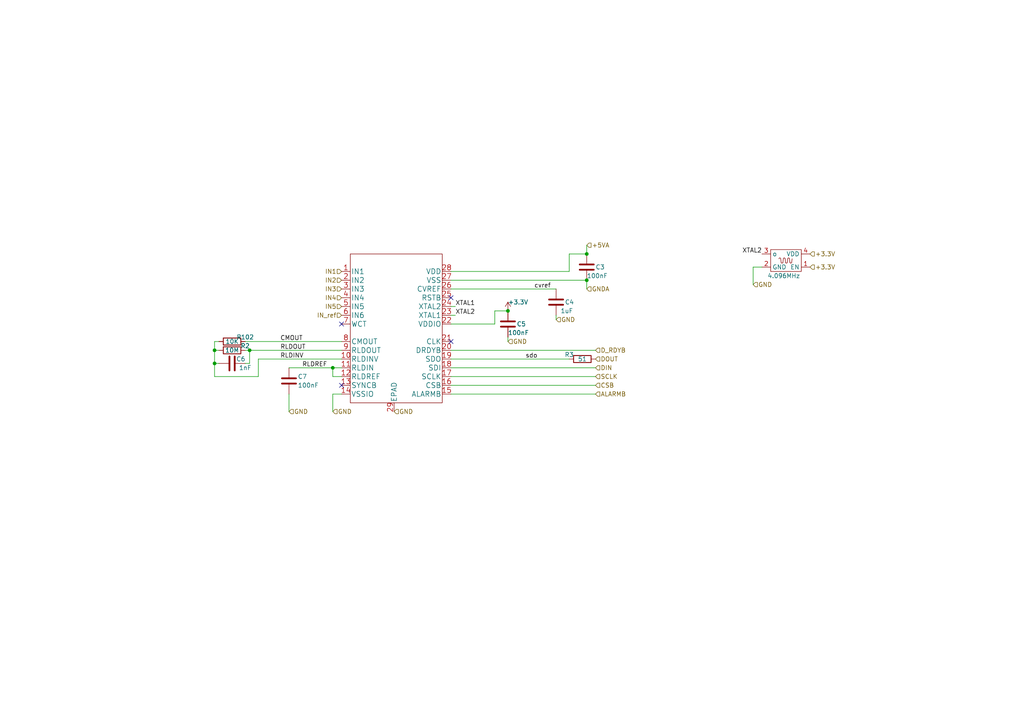
<source format=kicad_sch>
(kicad_sch (version 20230121) (generator eeschema)
  (paper "A4")
  (lib_symbols
    (symbol "00_custom:OSC"
      (property "Reference" "OSC" (at 3.81 2.54 0))
      (symbol "OSC_0_1"
        (polyline (pts (xy 5.334 -1.397) (xy 5.207 -2.413)))
        (polyline (pts (xy 5.842 -1.397) (xy 5.969 -2.413)))
        (polyline (pts (xy 6.604 -1.397) (xy 6.477 -2.413)))
        (polyline (pts (xy 7.112 -1.397) (xy 7.239 -2.413)))
        (polyline (pts (xy 7.874 -1.397) (xy 7.747 -2.413)))
        (polyline (pts (xy 8.382 -1.397) (xy 8.509 -2.413)))
        (rectangle (start 2.54 1.27) (end 11.43 -5.08))
        (arc (start 5.842 -1.3899) (mid 5.588 -1.1429) (end 5.334 -1.3899))
        (arc (start 5.969 -2.4201) (mid 6.223 -2.6671) (end 6.477 -2.4201))
        (arc (start 7.112 -1.3899) (mid 6.858 -1.1429) (end 6.604 -1.3899))
        (arc (start 7.239 -2.4201) (mid 7.493 -2.6671) (end 7.747 -2.4201))
        (arc (start 8.382 -1.3899) (mid 8.128 -1.1429) (end 7.874 -1.3899))
        (arc (start 8.509 -2.4201) (mid 8.763 -2.6671) (end 9.017 -2.4201))
      )
      (symbol "OSC_1_1"
        (pin power_in line (at 0 0 0) (length 2.54) (name "EN") (number "1"))
        (pin power_in line (at 13.97 0 180) (length 2.54) (name "GND") (number "2"))
        (pin output line (at 13.97 -3.81 180) (length 2.54) (name "o") (number "3"))
        (pin power_in line (at 0 -3.81 0) (length 2.54) (name "VDD") (number "4"))
      )
    )
    (symbol "Device:C" (pin_numbers hide) (pin_names (offset 0.254))
      (property "Reference" "C" (at 0.635 2.54 0))
      (property "Value" "C" (at 0.635 -2.54 0))
      (symbol "C_0_1"
        (polyline (pts (xy -2.032 -0.762) (xy 2.032 -0.762)) (stroke (width 0.508)))
        (polyline (pts (xy -2.032 0.762) (xy 2.032 0.762)) (stroke (width 0.508)))
      )
      (symbol "C_1_1"
        (pin passive line (at 0 3.81 270) (length 2.794) (name "~") (number "1"))
        (pin passive line (at 0 -3.81 90) (length 2.794) (name "~") (number "2"))
      )
    )
    (symbol "Device:R" (pin_numbers hide) (pin_names (offset 0))
      (property "Reference" "R" (at 2.032 0 90))
      (property "Value" "R" (at 0 0 90))
      (symbol "R_0_1"
        (rectangle (start -1.016 -2.54) (end 1.016 2.54) (stroke (width 0.254)))
      )
      (symbol "R_1_1"
        (pin passive line (at 0 3.81 270) (length 1.27) (name "~") (number "1"))
        (pin passive line (at 0 -3.81 90) (length 1.27) (name "~") (number "2"))
      )
    )
    (symbol "ads1293:ADS1293CISQE-NOPB" (pin_names (offset 0.254))
      (property "Reference" "U" (at 5.08 1.27 0))
      (property "Value" "ADS1293CISQE-NOPB" (at 16.51 -1.27 0))
      (symbol "ADS1293CISQE-NOPB_0_1"
        (rectangle (start 2.54 0) (end 29.21 -43.18))
      )
      (symbol "ADS1293CISQE-NOPB_1_1"
        (pin input line (at 0 -5.08 0) (length 2.54) (name "IN1") (number "1"))
        (pin input line (at 0 -30.48 0) (length 2.54) (name "RLDINV") (number "10"))
        (pin bidirectional line (at 0 -33.02 0) (length 2.54) (name "RLDIN") (number "11"))
        (pin output line (at 0 -35.56 0) (length 2.54) (name "RLDREF") (number "12"))
        (pin bidirectional line (at 0 -38.1 0) (length 2.54) (name "SYNCB") (number "13"))
        (pin power_in line (at 0 -40.64 0) (length 2.54) (name "VSSIO") (number "14"))
        (pin output line (at 31.75 -40.64 180) (length 2.54) (name "ALARMB") (number "15"))
        (pin input line (at 31.75 -38.1 180) (length 2.54) (name "CSB") (number "16"))
        (pin input line (at 31.75 -35.56 180) (length 2.54) (name "SCLK") (number "17"))
        (pin input line (at 31.75 -33.02 180) (length 2.54) (name "SDI") (number "18"))
        (pin output line (at 31.75 -30.48 180) (length 2.54) (name "SDO") (number "19"))
        (pin input line (at 0 -7.62 0) (length 2.54) (name "IN2") (number "2"))
        (pin output line (at 31.75 -27.94 180) (length 2.54) (name "DRDYB") (number "20"))
        (pin bidirectional line (at 31.75 -25.4 180) (length 2.54) (name "CLK") (number "21"))
        (pin power_in line (at 31.75 -20.32 180) (length 2.54) (name "VDDIO") (number "22"))
        (pin input line (at 31.75 -17.78 180) (length 2.54) (name "XTAL1") (number "23"))
        (pin input line (at 31.75 -15.24 180) (length 2.54) (name "XTAL2") (number "24"))
        (pin input line (at 31.75 -12.7 180) (length 2.54) (name "RSTB") (number "25"))
        (pin bidirectional line (at 31.75 -10.16 180) (length 2.54) (name "CVREF") (number "26"))
        (pin power_in line (at 31.75 -7.62 180) (length 2.54) (name "VSS") (number "27"))
        (pin power_in line (at 31.75 -5.08 180) (length 2.54) (name "VDD") (number "28"))
        (pin unspecified line (at 15.24 -45.72 90) (length 2.54) (name "EPAD") (number "29"))
        (pin input line (at 0 -10.16 0) (length 2.54) (name "IN3") (number "3"))
        (pin input line (at 0 -12.7 0) (length 2.54) (name "IN4") (number "4"))
        (pin input line (at 0 -15.24 0) (length 2.54) (name "IN5") (number "5"))
        (pin input line (at 0 -17.78 0) (length 2.54) (name "IN6") (number "6"))
        (pin output line (at 0 -20.32 0) (length 2.54) (name "WCT") (number "7"))
        (pin output line (at 0 -25.4 0) (length 2.54) (name "CMOUT") (number "8"))
        (pin output line (at 0 -27.94 0) (length 2.54) (name "RLDOUT") (number "9"))
      )
    )
    (symbol "power:+3.3V" (power) (pin_names (offset 0))
      (property "Value" "+3.3V" (at 0 3.556 0))
      (symbol "+3.3V_0_1"
        (polyline (pts (xy -0.762 1.27) (xy 0 2.54)))
        (polyline (pts (xy 0 0) (xy 0 2.54)))
        (polyline (pts (xy 0 2.54) (xy 0.762 1.27)))
      )
      (symbol "+3.3V_1_1"
        (pin power_in line (at 0 0 90) (length 0) hide (name "+3.3V") (number "1"))
      )
    )
  )
  (junction (at 170.18 73.66))
  (junction (at 62.23 101.6))
  (junction (at 170.18 81.28))
  (junction (at 72.39 101.6))
  (junction (at 147.32 90.17))
  (junction (at 62.23 105.41))
  (junction (at 96.52 106.68))
  (no_connect (at 99.06 93.98))
  (no_connect (at 130.81 86.36))
  (no_connect (at 130.81 99.06))
  (no_connect (at 99.06 111.76))
  (wire (pts (xy 218.44 77.47) (xy 218.44 82.55)))
  (wire (pts (xy 96.52 109.22) (xy 96.52 106.68)))
  (wire (pts (xy 99.06 109.22) (xy 96.52 109.22)))
  (wire (pts (xy 143.51 93.98) (xy 143.51 90.17)))
  (wire (pts (xy 63.5 99.06) (xy 62.23 99.06)))
  (wire (pts (xy 96.52 106.68) (xy 99.06 106.68)))
  (wire (pts (xy 130.81 83.82) (xy 161.29 83.82)))
  (wire (pts (xy 170.18 73.66) (xy 165.1 73.66)))
  (wire (pts (xy 130.81 109.22) (xy 172.72 109.22)))
  (wire (pts (xy 143.51 90.17) (xy 147.32 90.17)))
  (wire (pts (xy 72.39 101.6) (xy 99.06 101.6)))
  (wire (pts (xy 62.23 101.6) (xy 62.23 105.41)))
  (wire (pts (xy 74.93 104.14) (xy 99.06 104.14)))
  (wire (pts (xy 170.18 81.28) (xy 170.18 83.82)))
  (wire (pts (xy 71.12 101.6) (xy 72.39 101.6)))
  (wire (pts (xy 165.1 78.74) (xy 165.1 73.66)))
  (wire (pts (xy 130.81 111.76) (xy 172.72 111.76)))
  (wire (pts (xy 71.12 105.41) (xy 72.39 105.41)))
  (wire (pts (xy 130.81 106.68) (xy 172.72 106.68)))
  (wire (pts (xy 62.23 105.41) (xy 63.5 105.41)))
  (wire (pts (xy 62.23 109.22) (xy 62.23 105.41)))
  (wire (pts (xy 74.93 109.22) (xy 62.23 109.22)))
  (wire (pts (xy 96.52 114.3) (xy 96.52 119.38)))
  (wire (pts (xy 83.82 114.3) (xy 83.82 119.38)))
  (wire (pts (xy 170.18 73.66) (xy 170.18 71.12)))
  (wire (pts (xy 72.39 101.6) (xy 72.39 105.41)))
  (wire (pts (xy 62.23 99.06) (xy 62.23 101.6)))
  (wire (pts (xy 74.93 104.14) (xy 74.93 109.22)))
  (wire (pts (xy 220.98 77.47) (xy 218.44 77.47)))
  (wire (pts (xy 83.82 106.68) (xy 96.52 106.68)))
  (wire (pts (xy 130.81 104.14) (xy 165.1 104.14)))
  (wire (pts (xy 130.81 93.98) (xy 143.51 93.98)))
  (wire (pts (xy 130.81 91.44) (xy 132.08 91.44)))
  (wire (pts (xy 63.5 101.6) (xy 62.23 101.6)))
  (wire (pts (xy 130.81 78.74) (xy 165.1 78.74)))
  (wire (pts (xy 147.32 97.79) (xy 147.32 99.06)))
  (wire (pts (xy 99.06 114.3) (xy 96.52 114.3)))
  (wire (pts (xy 130.81 114.3) (xy 172.72 114.3)))
  (wire (pts (xy 130.81 81.28) (xy 170.18 81.28)))
  (wire (pts (xy 71.12 99.06) (xy 99.06 99.06)))
  (wire (pts (xy 130.81 88.9) (xy 132.08 88.9)))
  (wire (pts (xy 161.29 91.44) (xy 161.29 92.71)))
  (wire (pts (xy 130.81 101.6) (xy 172.72 101.6)))
  (label "cvref" (at 154.94 83.82 0))
  (label "RLDINV" (at 81.28 104.14 0))
  (label "sdo" (at 152.4 104.14 0))
  (label "RLDREF" (at 87.63 106.68 0))
  (label "CMOUT" (at 81.28 99.06 0))
  (label "RLDOUT" (at 81.28 101.6 0))
  (label "XTAL2" (at 132.08 91.44 0))
  (label "XTAL1" (at 132.08 88.9 0))
  (label "XTAL2" (at 220.98 73.66 180))
  (hierarchical_label "GND" (shape input) (at 96.52 119.38 0))
  (hierarchical_label "IN5" (shape input) (at 99.06 88.9 180))
  (hierarchical_label "CSB" (shape input) (at 172.72 111.76 0))
  (hierarchical_label "+5VA" (shape input) (at 170.18 71.12 0))
  (hierarchical_label "GND" (shape input) (at 218.44 82.55 0))
  (hierarchical_label "IN_ref" (shape input) (at 99.06 91.44 180))
  (hierarchical_label "IN2" (shape input) (at 99.06 81.28 180))
  (hierarchical_label "SCLK" (shape input) (at 172.72 109.22 0))
  (hierarchical_label "GND" (shape input) (at 147.32 99.06 0))
  (hierarchical_label "DIN" (shape input) (at 172.72 106.68 0))
  (hierarchical_label "IN1" (shape input) (at 99.06 78.74 180))
  (hierarchical_label "IN3" (shape input) (at 99.06 83.82 180))
  (hierarchical_label "GND" (shape input) (at 114.3 119.38 0))
  (hierarchical_label "+3.3V" (shape input) (at 234.95 73.66 0))
  (hierarchical_label "D_RDYB" (shape input) (at 172.72 101.6 0))
  (hierarchical_label "GND" (shape input) (at 83.82 119.38 0))
  (hierarchical_label "ALARMB" (shape input) (at 172.72 114.3 0))
  (hierarchical_label "IN4" (shape input) (at 99.06 86.36 180))
  (hierarchical_label "GNDA" (shape input) (at 170.18 83.82 0))
  (hierarchical_label "GND" (shape input) (at 161.29 92.71 0))
  (hierarchical_label "+3.3V" (shape input) (at 234.95 77.47 0))
  (hierarchical_label "DOUT" (shape input) (at 172.72 104.14 0))
  (symbol (lib_id "Device:C") (at 67.31 105.41 90) (unit 1)
    (property "Reference" "C6" (at 69.85 104.14 90))
    (property "Value" "1nF" (at 71.12 106.68 90))
    (property "Footprint" "Capacitor_SMD:C_0201_0603Metric_Pad0.64x0.40mm_HandSolder" (effects hide))
  )
  (symbol (lib_id "Device:R") (at 67.31 101.6 90) (unit 1)
    (property "Reference" "R2" (at 71.12 100.33 90))
    (property "Value" "10M" (at 67.31 101.6 90))
    (property "Footprint" "Resistor_SMD:R_0201_0603Metric_Pad0.64x0.40mm_HandSolder" (effects hide))
  )
  (symbol (lib_id "00_custom:OSC") (at 234.95 77.47 180) (unit 1)
    (property "Reference" "XTAL1" (effects hide))
    (property "Value" "4.096MHz" (at 227.33 80.01 0))
    (property "Footprint" "00_custom-footprints:SMD3225-4P" (effects hide))
  )
  (symbol (lib_id "Device:C") (at 161.29 87.63 0) (unit 1)
    (property "Reference" "C4" (at 163.83 87.63 0) (effects (justify left)))
    (property "Value" "1uF" (at 162.56 90.17 0) (effects (justify left)))
    (property "Footprint" "Capacitor_SMD:C_0201_0603Metric_Pad0.64x0.40mm_HandSolder" (effects hide))
  )
  (symbol (lib_id "Device:R") (at 168.91 104.14 90) (unit 1)
    (property "Reference" "R3" (at 165.1 102.87 90))
    (property "Value" "51" (at 168.91 104.14 90))
    (property "Footprint" "Resistor_SMD:R_0201_0603Metric_Pad0.64x0.40mm_HandSolder" (effects hide))
  )
  (symbol (lib_id "Device:R") (at 67.31 99.06 90) (unit 1)
    (property "Reference" "R102" (at 71.12 97.79 90))
    (property "Value" "10K" (at 67.31 99.06 90))
    (property "Footprint" "Resistor_SMD:R_0201_0603Metric_Pad0.64x0.40mm_HandSolder" (effects hide))
  )
  (symbol (lib_id "power:+3.3V") (at 147.32 90.17 0) (unit 1)
    (property "Reference" "#PWR06" (effects hide))
    (property "Value" "+3.3V" (at 147.32 87.63 0) (effects (justify left)))
  )
  (symbol (lib_id "Device:C") (at 83.82 110.49 0) (unit 1)
    (property "Reference" "C7" (at 86.36 109.22 0) (effects (justify left)))
    (property "Value" "100nF" (at 86.36 111.76 0) (effects (justify left)))
    (property "Footprint" "Capacitor_SMD:C_0201_0603Metric_Pad0.64x0.40mm_HandSolder" (effects hide))
  )
  (symbol (lib_id "Device:C") (at 170.18 77.47 0) (unit 1)
    (property "Reference" "C3" (at 172.72 77.47 0) (effects (justify left)))
    (property "Value" "100nF" (at 170.18 80.01 0) (effects (justify left)))
    (property "Footprint" "Capacitor_SMD:C_0201_0603Metric_Pad0.64x0.40mm_HandSolder" (effects hide))
  )
  (symbol (lib_id "ads1293:ADS1293CISQE-NOPB") (at 99.06 73.66 0) (unit 1)
    (property "Reference" "U1" (effects hide))
    (property "Value" "ADS1293CISQE-NOPB" (effects hide))
    (property "Footprint" "00_custom-footprints:ADS1293CISQE" (effects hide))
  )
  (symbol (lib_id "Device:C") (at 147.32 93.98 0) (unit 1)
    (property "Reference" "C5" (at 149.86 93.98 0) (effects (justify left)))
    (property "Value" "100nF" (at 147.32 96.52 0) (effects (justify left)))
    (property "Footprint" "Capacitor_SMD:C_0201_0603Metric_Pad0.64x0.40mm_HandSolder" (effects hide))
  )
)
</source>
